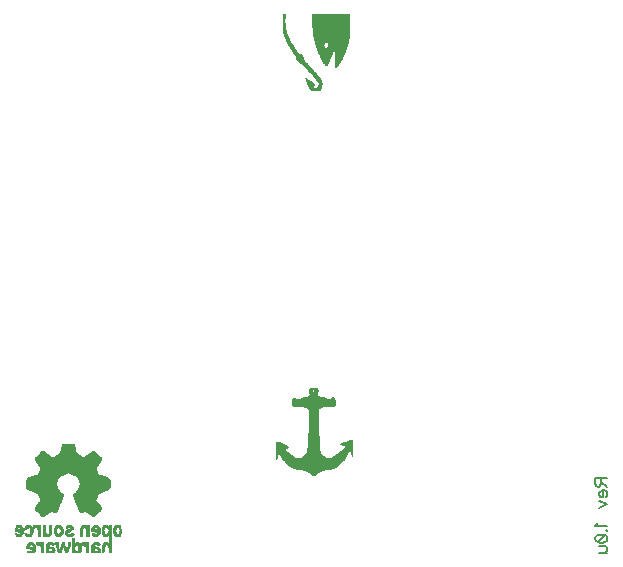
<source format=gbr>
G04 DipTrace 3.0.0.2*
G04 BottomSilk.gbr*
%MOIN*%
G04 #@! TF.FileFunction,Legend,Bot*
G04 #@! TF.Part,Single*
%ADD12C,0.003*%
%ADD42C,0.006176*%
%FSLAX26Y26*%
G04*
G70*
G90*
G75*
G01*
G04 BotSilk*
%LPD*%
X1398908Y990701D2*
D12*
X1422908D1*
X1397535Y987701D2*
X1424281D1*
X1396779Y984701D2*
X1407908D1*
X1413908D2*
X1425038D1*
X1396725Y981701D2*
X1404908D1*
X1413908D2*
X1425091D1*
X1397239Y978701D2*
X1424578D1*
X1397824Y975701D2*
X1423992D1*
X1398156Y972701D2*
X1423661D1*
X1397465Y969701D2*
X1424305D1*
X1395421Y966701D2*
X1426080D1*
X1389301Y963701D2*
X1431874D1*
X1344908Y960701D2*
D3*
X1380038D2*
X1441260D1*
X1476908D2*
D3*
X1342498Y957701D2*
X1350908D1*
X1368908D2*
X1452908D1*
X1470908D2*
X1479908D1*
X1340743Y954701D2*
X1481293D1*
X1339739Y951701D2*
X1482155D1*
X1339251Y948701D2*
X1482591D1*
X1339052Y945701D2*
X1482772D1*
X1339083Y942701D2*
X1482736D1*
X1339515Y939701D2*
X1482303D1*
X1340529Y936701D2*
X1481288D1*
X1341908Y933701D2*
X1350908D1*
X1358312D2*
X1463505D1*
X1470908D2*
X1479908D1*
X1374102Y930701D2*
X1447714D1*
X1384753Y927701D2*
X1437064D1*
X1392008Y924701D2*
X1429808D1*
X1394443Y921701D2*
X1427374D1*
X1395241Y918701D2*
X1426576D1*
X1395641Y915701D2*
X1426176D1*
X1395809Y912701D2*
X1426007D1*
X1395873Y909701D2*
X1425943D1*
X1395897Y906701D2*
X1425920D1*
X1395904Y903701D2*
X1425912D1*
X1395907Y900701D2*
X1425910D1*
X1395908Y897701D2*
X1425909D1*
X1395908Y894701D2*
X1425908D1*
X1395908Y891701D2*
X1425908D1*
X1395908Y888701D2*
X1425908D1*
X1395908Y885701D2*
X1425908D1*
X1395908Y882701D2*
X1425908D1*
X1395908Y879701D2*
X1425908D1*
X1395908Y876701D2*
X1425908D1*
X1395908Y873701D2*
X1425908D1*
X1395908Y870701D2*
X1425908D1*
X1395908Y867701D2*
X1425908D1*
X1395908Y864701D2*
X1425908D1*
X1395908Y861701D2*
X1425908D1*
X1395908Y858701D2*
X1425908D1*
X1395908Y855701D2*
X1425908D1*
X1395908Y852701D2*
X1425908D1*
X1395897Y849701D2*
X1425908D1*
X1395791Y846701D2*
X1425920D1*
X1395409Y843701D2*
X1426026D1*
X1394690Y840701D2*
X1426408D1*
X1393921Y837701D2*
X1427126D1*
X1393398Y834701D2*
X1427896D1*
X1393120Y831701D2*
X1428419D1*
X1392992Y828701D2*
X1428697D1*
X1392940Y825701D2*
X1428824D1*
X1392920Y822701D2*
X1428877D1*
X1392912Y819701D2*
X1428897D1*
X1533908D2*
X1539908D1*
X1392910Y816701D2*
X1428904D1*
X1527445D2*
X1539908D1*
X1287908Y813701D2*
D3*
X1392909D2*
X1428907D1*
X1520700D2*
X1539908D1*
X1287908Y810701D2*
X1296908D1*
X1392908D2*
X1428908D1*
X1513916D2*
X1539908D1*
X1287908Y807701D2*
X1303360D1*
X1392908D2*
X1428908D1*
X1507345D2*
X1539908D1*
X1287908Y804701D2*
X1309990D1*
X1392897D2*
X1428908D1*
X1500908D2*
X1539908D1*
X1287908Y801701D2*
X1316311D1*
X1392791D2*
X1428920D1*
X1509721D2*
X1539908D1*
X1287908Y798701D2*
X1321856D1*
X1392409D2*
X1429026D1*
X1518908D2*
X1539908D1*
X1287908Y795701D2*
X1326908D1*
X1391690D2*
X1429408D1*
X1515908D2*
X1539908D1*
X1287908Y792701D2*
X1319127D1*
X1390921D2*
X1430126D1*
X1512908D2*
X1539908D1*
X1287908Y789701D2*
X1311908D1*
X1390398D2*
X1430896D1*
X1509908D2*
X1539908D1*
X1287908Y786701D2*
X1314908D1*
X1390108D2*
X1431430D1*
X1506908D2*
X1539908D1*
X1287908Y783701D2*
X1317920D1*
X1389875D2*
X1431814D1*
X1503897D2*
X1539908D1*
X1287908Y780701D2*
X1321026D1*
X1389429D2*
X1432335D1*
X1500791D2*
X1527330D1*
X1534372D2*
X1539908D1*
X1287908Y777701D2*
X1324420D1*
X1388561D2*
X1433224D1*
X1497397D2*
X1526190D1*
X1535127D2*
X1539908D1*
X1287908Y774701D2*
X1328255D1*
X1387168D2*
X1434536D1*
X1493561D2*
X1524589D1*
X1536019D2*
X1539908D1*
X1287908Y771701D2*
X1332523D1*
X1384925D2*
X1436513D1*
X1489293D2*
X1522900D1*
X1537010D2*
X1539908D1*
X1287908Y768701D2*
X1290794D1*
X1299445D2*
X1337256D1*
X1381454D2*
X1439706D1*
X1484561D2*
X1521263D1*
X1538330D2*
X1539908D1*
X1287908Y765701D2*
X1290407D1*
X1301689D2*
X1342469D1*
X1376916D2*
X1444378D1*
X1479348D2*
X1519600D1*
X1539908D2*
D3*
X1287908Y762701D2*
X1289663D1*
X1303807D2*
X1347908D1*
X1371908D2*
X1449908D1*
X1473908D2*
X1517784D1*
X1287908Y759701D2*
X1288770D1*
X1305899D2*
X1515828D1*
X1287908Y756701D2*
D3*
X1307902D2*
X1513882D1*
X1310005Y753701D2*
X1511800D1*
X1312429Y750701D2*
X1509383D1*
X1315131Y747701D2*
X1506684D1*
X1317996Y744701D2*
X1503820D1*
X1320953Y741701D2*
X1500864D1*
X1324049Y738701D2*
X1497768D1*
X1327552Y735701D2*
X1494264D1*
X1331932Y732701D2*
X1489885D1*
X1337851Y729701D2*
X1483965D1*
X1346226Y726701D2*
X1475591D1*
X1357340Y723701D2*
X1464477D1*
X1369709Y720701D2*
X1452107D1*
X1381048Y717701D2*
X1440769D1*
X1389910Y714701D2*
X1431907D1*
X1396097Y711701D2*
X1425720D1*
X1400218Y708701D2*
X1421598D1*
X1402896Y705701D2*
X1418921D1*
X1404908Y702701D2*
X1416908D1*
X573436Y805924D2*
X612436D1*
X572410Y802924D2*
X613461D1*
X571517Y799924D2*
X614354D1*
X570937Y796924D2*
X614935D1*
X570538Y793924D2*
X615334D1*
X570023Y790924D2*
X615849D1*
X569250Y787924D2*
X616622D1*
X568448Y784924D2*
X617423D1*
X504436Y781924D2*
X510436D1*
X567777D2*
X618095D1*
X675436D2*
X681436D1*
X501436Y778924D2*
X515296D1*
X567084D2*
X618788D1*
X670576D2*
X684436D1*
X498436Y775924D2*
X520016D1*
X565152D2*
X620720D1*
X665856D2*
X687436D1*
X495436Y772924D2*
X524701D1*
X560708D2*
X625164D1*
X661171D2*
X690436D1*
X492436Y769924D2*
X529498D1*
X555275D2*
X630597D1*
X656374D2*
X693436D1*
X489448Y766924D2*
X534436D1*
X549436D2*
X636436D1*
X651436D2*
X696424D1*
X486577Y763924D2*
X699295D1*
X484193Y760924D2*
X701679D1*
X482411Y757924D2*
X703461D1*
X482582Y754924D2*
X703290D1*
X484010Y751924D2*
X701862D1*
X485669Y748924D2*
X700203D1*
X487612Y745924D2*
X698260D1*
X489872Y742924D2*
X696000D1*
X492170Y739924D2*
X693702D1*
X494298Y736924D2*
X691574D1*
X496354Y733924D2*
X689518D1*
X498297Y730924D2*
X687574D1*
X499978Y727924D2*
X685894D1*
X500498Y724924D2*
X685373D1*
X499869Y721924D2*
X686003D1*
X498836Y718924D2*
X687035D1*
X497551Y715924D2*
X688321D1*
X496134Y712924D2*
X689737D1*
X494611Y709924D2*
X586151D1*
X599720D2*
X691261D1*
X492943Y706924D2*
X578899D1*
X606973D2*
X692929D1*
X489687Y703924D2*
X573113D1*
X612759D2*
X696185D1*
X482121Y700924D2*
X568624D1*
X617247D2*
X703751D1*
X473059Y697924D2*
X565030D1*
X620842D2*
X712813D1*
X464774Y694924D2*
X562128D1*
X623744D2*
X721097D1*
X458110Y691924D2*
X559848D1*
X626023D2*
X727762D1*
X455274Y688924D2*
X558063D1*
X627809D2*
X730598D1*
X454286Y685924D2*
X556683D1*
X629189D2*
X731586D1*
X453781Y682924D2*
X555561D1*
X630311D2*
X732090D1*
X453566Y679924D2*
X554490D1*
X631381D2*
X732306D1*
X453482Y676924D2*
X553667D1*
X632204D2*
X732390D1*
X453452Y673924D2*
X553217D1*
X632655D2*
X732420D1*
X453441Y670924D2*
X553829D1*
X632043D2*
X732431D1*
X453438Y667924D2*
X554614D1*
X631258D2*
X732434D1*
X453460Y664924D2*
X555487D1*
X630385D2*
X732412D1*
X453741Y661924D2*
X556582D1*
X629290D2*
X732131D1*
X454444Y658924D2*
X557971D1*
X627901D2*
X731428D1*
X458112Y655924D2*
X559763D1*
X626109D2*
X727760D1*
X466524Y652924D2*
X562047D1*
X623824D2*
X719348D1*
X475674Y649924D2*
X564692D1*
X621180D2*
X710198D1*
X483235Y646924D2*
X567524D1*
X618348D2*
X702637D1*
X488944Y643924D2*
X570344D1*
X615528D2*
X696928D1*
X491244Y640924D2*
X572809D1*
X613063D2*
X694628D1*
X493062Y637924D2*
X574827D1*
X611045D2*
X692810D1*
X494650Y634924D2*
X575445D1*
X610427D2*
X691222D1*
X496077Y631924D2*
X574948D1*
X610924D2*
X689795D1*
X497303Y628924D2*
X574220D1*
X611652D2*
X688569D1*
X498443Y625924D2*
X573371D1*
X612501D2*
X687429D1*
X499824Y622924D2*
X572296D1*
X613575D2*
X686047D1*
X501436Y619924D2*
X571016D1*
X614856D2*
X684436D1*
X498900Y616924D2*
X569620D1*
X616252D2*
X686972D1*
X496643Y613924D2*
X568171D1*
X617701D2*
X689229D1*
X494432Y610924D2*
X566784D1*
X619088D2*
X691440D1*
X492063Y607924D2*
X565576D1*
X620296D2*
X693809D1*
X489724Y604924D2*
X564510D1*
X621362D2*
X696148D1*
X487581Y601924D2*
X563348D1*
X622524D2*
X698290D1*
X485532Y598924D2*
X562046D1*
X623826D2*
X700340D1*
X483692Y595924D2*
X560732D1*
X625140D2*
X702179D1*
X482257Y592924D2*
X559556D1*
X626316D2*
X703614D1*
X482575Y589924D2*
X558503D1*
X627369D2*
X703297D1*
X484468Y586924D2*
X557336D1*
X628536D2*
X701404D1*
X486873Y583924D2*
X555947D1*
X629925D2*
X698999D1*
X489606Y580924D2*
X534911D1*
X540436D2*
X554290D1*
X631582D2*
X645436D1*
X650961D2*
X696266D1*
X492498Y577924D2*
X529760D1*
X546436D2*
X552436D1*
X633436D2*
X639436D1*
X656111D2*
X693373D1*
X495458Y574924D2*
X524922D1*
X660950D2*
X690414D1*
X498443Y571924D2*
X520193D1*
X665679D2*
X687428D1*
X501438Y568924D2*
X515381D1*
X670491D2*
X684434D1*
X504436Y565924D2*
X510436D1*
X675436D2*
X681436D1*
X420436Y535924D2*
X435436D1*
X453436D2*
X465436D1*
X477436D2*
X501436D1*
X510436D2*
X516436D1*
X531436D2*
X537436D1*
X552436D2*
X567436D1*
X588436D2*
X603436D1*
X639436D2*
X663436D1*
X678436D2*
X690436D1*
X711436D2*
X723436D1*
X729436D2*
X735436D1*
X750436D2*
X765436D1*
X419051Y532924D2*
X437961D1*
X450644D2*
X471436D1*
X477436D2*
X501436D1*
X510436D2*
X516436D1*
X531436D2*
X537436D1*
X550026D2*
X570669D1*
X585688D2*
X606206D1*
X637026D2*
X663436D1*
X675203D2*
X694231D1*
X709587D2*
X735436D1*
X747562D2*
X766821D1*
X418189Y529924D2*
X440100D1*
X448790D2*
X501436D1*
X510436D2*
X516436D1*
X531436D2*
X537436D1*
X548271D2*
X573136D1*
X584972D2*
X608257D1*
X635271D2*
X663436D1*
X672736D2*
X697285D1*
X707982D2*
X735436D1*
X745064D2*
X767682D1*
X417753Y526924D2*
X423436D1*
X432436D2*
X441823D1*
X447436D2*
X455205D1*
X464846D2*
X474900D1*
X480436D2*
D3*
X488846D2*
X501436D1*
X510436D2*
X516436D1*
X531436D2*
X537436D1*
X547266D2*
X556026D1*
X563970D2*
X574785D1*
X585436D2*
X588436D1*
X600436D2*
X608757D1*
X634266D2*
X641972D1*
X650846D2*
X663436D1*
X671087D2*
X681436D1*
X690436D2*
X698397D1*
X706769D2*
X714313D1*
X723310D2*
X735436D1*
X743282D2*
X754026D1*
X761846D2*
X768118D1*
X417560Y523924D2*
X420436D1*
X435436D2*
X449120D1*
X466601D2*
X475632D1*
X490601D2*
X501436D1*
X510436D2*
X516436D1*
X531436D2*
X537436D1*
X546779D2*
X554271D1*
X566201D2*
X575697D1*
X600436D2*
X608872D1*
X633779D2*
X641229D1*
X652601D2*
X663436D1*
X670175D2*
X678436D1*
X693436D2*
X698996D1*
X706051D2*
X713847D1*
X725797D2*
X735436D1*
X742269D2*
X752271D1*
X763601D2*
X768312D1*
X417482Y520924D2*
X446319D1*
X467594D2*
X476303D1*
X491606D2*
X501436D1*
X510436D2*
X516448D1*
X531424D2*
X537436D1*
X546568D2*
X553278D1*
X568301D2*
X576132D1*
X592486D2*
X607633D1*
X633568D2*
X640452D1*
X653606D2*
X663436D1*
X669739D2*
X699264D1*
X705693D2*
X712821D1*
X727825D2*
X735436D1*
X741780D2*
X751278D1*
X764594D2*
X768390D1*
X417451Y517924D2*
X445199D1*
X467967D2*
X476446D1*
X492093D2*
X501436D1*
X510436D2*
X516562D1*
X531310D2*
X537436D1*
X546484D2*
X552905D1*
X570436D2*
X576308D1*
X586356D2*
X603837D1*
X633484D2*
X639926D1*
X654093D2*
X663436D1*
X669545D2*
X699373D1*
X705548D2*
X711436D1*
X728397D2*
X735436D1*
X741580D2*
X750905D1*
X764967D2*
X768420D1*
X417436Y514924D2*
X444285D1*
X467714D2*
X475995D1*
X492303D2*
X501436D1*
X510436D2*
X517026D1*
X530846D2*
X537436D1*
X546465D2*
X553158D1*
X568489D2*
X576276D1*
X583943D2*
X598726D1*
X633453D2*
X639648D1*
X654303D2*
X663436D1*
X669436D2*
X699402D1*
X705590D2*
X712832D1*
X727363D2*
X735436D1*
X741613D2*
X751158D1*
X764714D2*
X768430D1*
X435436Y511924D2*
X443225D1*
X466775D2*
X475236D1*
X492387D2*
X501436D1*
X510436D2*
X518051D1*
X529821D2*
X537412D1*
X546571D2*
X554097D1*
X566509D2*
X575898D1*
X583151D2*
X593379D1*
X633442D2*
X639520D1*
X654387D2*
X663436D1*
X693436D2*
X699288D1*
X705960D2*
X713759D1*
X725585D2*
X735436D1*
X742081D2*
X752097D1*
X763775D2*
X768422D1*
X417436Y508924D2*
X420436D1*
X432436D2*
X441870D1*
X447436D2*
X453436D1*
X465436D2*
X474266D1*
X492419D2*
X501436D1*
X510436D2*
X519436D1*
X528436D2*
X537184D1*
X547066D2*
X555436D1*
X564436D2*
X574960D1*
X582712D2*
X588436D1*
X603436D2*
X609436D1*
X633438D2*
X639467D1*
X654419D2*
X663436D1*
X672436D2*
X678436D1*
X690436D2*
X698978D1*
X706785D2*
X714436D1*
X723436D2*
X735436D1*
X743288D2*
X753436D1*
X762436D2*
X768309D1*
X417987Y505924D2*
X440105D1*
X448209D2*
X472800D1*
X492430D2*
X501436D1*
X510436D2*
X536639D1*
X548272D2*
X573260D1*
X583292D2*
X612436D1*
X633437D2*
X639447D1*
X654430D2*
X663436D1*
X672987D2*
X697476D1*
X708022D2*
X735436D1*
X745268D2*
X767846D1*
X419040Y502924D2*
X437881D1*
X450562D2*
X470757D1*
X492434D2*
X501436D1*
X510436D2*
X534301D1*
X550190D2*
X570641D1*
X585595D2*
X609436D1*
X633436D2*
X639440D1*
X654434D2*
X663436D1*
X674040D2*
X694183D1*
X709616D2*
X735436D1*
X747754D2*
X766821D1*
X420436Y499924D2*
X435436D1*
X453436D2*
X468436D1*
X492436D2*
X501436D1*
X510436D2*
X531436D1*
X552436D2*
X567436D1*
X588436D2*
X606436D1*
X633436D2*
X639436D1*
X654436D2*
X663436D1*
X675436D2*
X690436D1*
X711436D2*
X723436D1*
X729436D2*
X735436D1*
X750436D2*
X765436D1*
X729436Y496924D2*
X735436D1*
X606436Y493924D2*
X612436D1*
X729436D2*
X735436D1*
X606436Y490924D2*
X612436D1*
X729436D2*
X735436D1*
X606436Y487924D2*
X612436D1*
X729436D2*
X735436D1*
X606436Y484924D2*
X612436D1*
X729436D2*
X735436D1*
X606436Y481924D2*
X612436D1*
X729436D2*
X735436D1*
X462436Y478924D2*
X474436D1*
X486436D2*
X498436D1*
X504436D2*
X510436D1*
X525436D2*
X540436D1*
X549436D2*
X558436D1*
X573436D2*
X579436D1*
X594436D2*
X600436D1*
X606436D2*
X612436D1*
X618436D2*
X627436D1*
X639436D2*
X648436D1*
X654436D2*
X660436D1*
X678436D2*
X693436D1*
X714436D2*
X723436D1*
X729436D2*
X735436D1*
X459562Y475924D2*
X477310D1*
X486987D2*
X510436D1*
X523026D2*
X558550D1*
X572296D2*
X579900D1*
X593410D2*
X600322D1*
X606436D2*
X660436D1*
X675203D2*
X696436D1*
X711203D2*
X735436D1*
X457064Y472924D2*
X479808D1*
X488040D2*
X510436D1*
X521271D2*
X558935D1*
X571019D2*
X580644D1*
X592517D2*
X599937D1*
X606436D2*
X660436D1*
X672736D2*
X699436D1*
X708736D2*
X735436D1*
X455282Y469924D2*
X465436D1*
X474436D2*
X481590D1*
X489436D2*
X492436D1*
X497961D2*
X510436D1*
X520266D2*
X528436D1*
X540436D2*
X543436D1*
X552550D2*
X559654D1*
X569731D2*
X581428D1*
X591946D2*
X599206D1*
X606436D2*
X618562D1*
X623846D2*
X636436D1*
X640078D2*
X660436D1*
X671087D2*
X681436D1*
X690436D2*
X693436D1*
X707087D2*
X717911D1*
X723310D2*
X735436D1*
X454269Y466924D2*
X462436D1*
X477436D2*
X482602D1*
X500100D2*
X510436D1*
X519779D2*
X525436D1*
X552935D2*
X560423D1*
X568668D2*
X581999D1*
X591637D2*
X598332D1*
X606436D2*
X616075D1*
X625601D2*
X636436D1*
X648190D2*
X660436D1*
X670175D2*
X678436D1*
X706175D2*
X715772D1*
X725808D2*
X735436D1*
X453779Y463924D2*
X483092D1*
X501823D2*
X510436D1*
X519568D2*
X534525D1*
X553665D2*
X560949D1*
X568009D2*
X582436D1*
X591436D2*
X597426D1*
X606436D2*
X614047D1*
X626606D2*
X636436D1*
X651925D2*
X660436D1*
X669739D2*
X686490D1*
X705739D2*
X714048D1*
X727590D2*
X735436D1*
X453560Y460924D2*
X483303D1*
X503080D2*
X510436D1*
X519484D2*
X541004D1*
X554540D2*
X561243D1*
X567660D2*
X596418D1*
X606436D2*
X613428D1*
X627093D2*
X636436D1*
X653266D2*
X660436D1*
X669553D2*
X692466D1*
X705553D2*
X712792D1*
X728602D2*
X735436D1*
X453436Y457924D2*
X483376D1*
X503814D2*
X510436D1*
X519453D2*
X545675D1*
X555446D2*
X561436D1*
X567436D2*
X572972D1*
X579550D2*
X595416D1*
X606436D2*
X613939D1*
X627304D2*
X636424D1*
X653957D2*
X660436D1*
X669479D2*
X696804D1*
X705479D2*
X712058D1*
X729092D2*
X735436D1*
X477436Y454924D2*
X483293D1*
X504176D2*
X510436D1*
X519442D2*
X525436D1*
X540436D2*
X547760D1*
X556443D2*
X572228D1*
X579937D2*
X594455D1*
X606436D2*
X614677D1*
X627390D2*
X636310D1*
X654255D2*
X660436D1*
X669451D2*
X678436D1*
X690436D2*
X698181D1*
X705451D2*
X711696D1*
X729303D2*
X735436D1*
X459436Y451924D2*
D3*
X474436D2*
X482841D1*
X504335D2*
X510436D1*
X519438D2*
X525436D1*
X540436D2*
X548404D1*
X557347D2*
X571444D1*
X580681D2*
X593412D1*
X606436D2*
X615436D1*
X627436D2*
X635846D1*
X654371D2*
X660436D1*
X669441D2*
X678436D1*
X693436D2*
X698911D1*
X705441D2*
X711537D1*
X729387D2*
X735436D1*
X457842Y448924D2*
X481819D1*
X504401D2*
X510436D1*
X519437D2*
X547601D1*
X557970D2*
X570873D1*
X581574D2*
X592380D1*
X606436D2*
X634821D1*
X654415D2*
X660436D1*
X669438D2*
X699246D1*
X705438D2*
X711471D1*
X729420D2*
X735436D1*
X456436Y445924D2*
X480436D1*
X504436D2*
X510436D1*
X519436D2*
X546436D1*
X558436D2*
X570436D1*
X582436D2*
X591436D1*
X606436D2*
X633436D1*
X654436D2*
X660436D1*
X669436D2*
X699436D1*
X705436D2*
X711436D1*
X729436D2*
X735436D1*
X1309234Y2239126D2*
X1315234D1*
X1405234D2*
X1531234D1*
X1309234Y2236126D2*
X1315234D1*
X1405234D2*
X1531234D1*
X1309234Y2233126D2*
X1315234D1*
X1405234D2*
X1531234D1*
X1309234Y2230126D2*
X1315222D1*
X1405234D2*
X1531234D1*
X1309234Y2227126D2*
X1315108D1*
X1405234D2*
X1531234D1*
X1309234Y2224126D2*
X1314644D1*
X1405234D2*
X1531234D1*
X1309234Y2221126D2*
X1313619D1*
X1405234D2*
X1531234D1*
X1309234Y2218126D2*
X1312234D1*
X1405234D2*
X1531234D1*
X1309234Y2215126D2*
X1313619D1*
X1405246D2*
X1531234D1*
X1309234Y2212126D2*
X1314480D1*
X1405351D2*
X1531234D1*
X1309234Y2209126D2*
X1314916D1*
X1405733D2*
X1531234D1*
X1309234Y2206126D2*
X1315110D1*
X1406452D2*
X1531234D1*
X1309234Y2203126D2*
X1315200D1*
X1407221D2*
X1531234D1*
X1309234Y2200126D2*
X1315335D1*
X1407744D2*
X1531234D1*
X1309234Y2197126D2*
X1315728D1*
X1408022D2*
X1531234D1*
X1309234Y2194126D2*
X1316450D1*
X1408150D2*
X1531234D1*
X1309234Y2191126D2*
X1317232D1*
X1408202D2*
X1531234D1*
X1309246Y2188126D2*
X1317861D1*
X1408234D2*
X1531234D1*
X1309351Y2185126D2*
X1318522D1*
X1408347D2*
X1531234D1*
X1309733Y2182126D2*
X1319379D1*
X1408732D2*
X1531234D1*
X1310464Y2179126D2*
X1320307D1*
X1409451D2*
X1531234D1*
X1311338Y2176126D2*
X1321244D1*
X1410221D2*
X1531222D1*
X1312244Y2173126D2*
X1322354D1*
X1410744D2*
X1531117D1*
X1313252Y2170126D2*
X1323635D1*
X1411034D2*
X1530734D1*
X1314254Y2167126D2*
X1324942D1*
X1411267D2*
X1530016D1*
X1315224Y2164126D2*
X1326115D1*
X1411702D2*
X1529247D1*
X1316346Y2161126D2*
X1327167D1*
X1412441D2*
X1528712D1*
X1317633Y2158126D2*
X1328325D1*
X1413229D2*
X1528328D1*
X1318941Y2155126D2*
X1329636D1*
X1413860D2*
X1527818D1*
X1320115Y2152126D2*
X1331056D1*
X1414522D2*
X1527047D1*
X1321167Y2149126D2*
X1332614D1*
X1415368D2*
X1526246D1*
X1322337Y2146126D2*
X1334385D1*
X1416201D2*
X1525610D1*
X1323742Y2143126D2*
X1336312D1*
X1416850D2*
X1447372D1*
X1458632D2*
X1524947D1*
X1325438Y2140126D2*
X1338147D1*
X1417518D2*
X1444990D1*
X1460625D2*
X1524100D1*
X1327332Y2137126D2*
X1339844D1*
X1418378D2*
X1443208D1*
X1461196D2*
X1523267D1*
X1329154Y2134126D2*
X1341530D1*
X1419306D2*
X1443423D1*
X1460162D2*
X1522617D1*
X1330847Y2131126D2*
X1343354D1*
X1420232D2*
X1445186D1*
X1458383D2*
X1521950D1*
X1332530Y2128126D2*
X1345312D1*
X1421248D2*
X1447234D1*
X1456234D2*
X1521089D1*
X1334354Y2125126D2*
X1347260D1*
X1422253D2*
X1520161D1*
X1336312Y2122126D2*
X1349331D1*
X1423212D2*
X1519224D1*
X1338248Y2119126D2*
X1351642D1*
X1424241D2*
X1518114D1*
X1340225Y2116126D2*
X1353993D1*
X1425250D2*
X1516833D1*
X1342259Y2113126D2*
X1356456D1*
X1426223D2*
X1474120D1*
X1483234D2*
X1515526D1*
X1344240Y2110126D2*
X1359766D1*
X1427346D2*
X1473723D1*
X1483234D2*
X1514352D1*
X1346323Y2107126D2*
X1364260D1*
X1428644D2*
X1472899D1*
X1483234D2*
X1513300D1*
X1348627Y2104126D2*
X1368782D1*
X1430047D2*
X1471735D1*
X1483234D2*
X1512143D1*
X1350828Y2101126D2*
X1372532D1*
X1431509D2*
X1470388D1*
X1483234D2*
X1510831D1*
X1352476Y2098126D2*
X1373942D1*
X1432991D2*
X1468947D1*
X1483234D2*
X1509424D1*
X1353445Y2095126D2*
X1374811D1*
X1434488D2*
X1467472D1*
X1483234D2*
X1507959D1*
X1354030Y2092126D2*
X1375647D1*
X1435984D2*
X1465978D1*
X1483234D2*
X1506465D1*
X1354757Y2089126D2*
X1377001D1*
X1437485D2*
X1464484D1*
X1483234D2*
X1504874D1*
X1355866Y2086126D2*
X1379028D1*
X1438994D2*
X1462994D1*
X1483234D2*
X1503090D1*
X1358950Y2083126D2*
X1381451D1*
X1440591D2*
X1461590D1*
X1483234D2*
X1501158D1*
X1362983Y2080126D2*
X1383864D1*
X1442377D2*
X1460377D1*
X1483234D2*
X1499322D1*
X1367333Y2077126D2*
X1386063D1*
X1444318D2*
X1459318D1*
X1483234D2*
X1497624D1*
X1371301Y2074126D2*
X1388263D1*
X1446235D2*
X1458235D1*
X1483234D2*
X1495926D1*
X1374827Y2071126D2*
X1390729D1*
X1448186D2*
X1457186D1*
X1483234D2*
X1493997D1*
X1378071Y2068126D2*
X1393447D1*
X1450234D2*
X1456234D1*
X1483234D2*
X1491658D1*
X1381173Y2065126D2*
X1396319D1*
X1483234D2*
X1489009D1*
X1384200Y2062126D2*
X1399266D1*
X1483234D2*
X1486234D1*
X1387109Y2059126D2*
X1402245D1*
X1389732Y2056126D2*
X1405238D1*
X1392015Y2053126D2*
X1408223D1*
X1394246Y2050126D2*
X1411117D1*
X1396723Y2047126D2*
X1413734D1*
X1399445Y2044126D2*
X1416016D1*
X1402318Y2041126D2*
X1418247D1*
X1405265Y2038126D2*
X1420723D1*
X1408245Y2035126D2*
X1423445D1*
X1411226Y2032126D2*
X1426306D1*
X1414118Y2029126D2*
X1429148D1*
X1384234Y2026126D2*
X1387234D1*
X1416735D2*
X1431734D1*
X1385630Y2023126D2*
X1390697D1*
X1419016D2*
X1433891D1*
X1386597Y2020126D2*
X1394441D1*
X1421235D2*
X1435619D1*
X1387416Y2017126D2*
X1398230D1*
X1423594D2*
X1436877D1*
X1388339Y2014126D2*
X1401849D1*
X1425817D2*
X1437612D1*
X1389292Y2011126D2*
X1405398D1*
X1427460D2*
X1437974D1*
X1390228Y2008126D2*
X1408806D1*
X1428577D2*
X1438133D1*
X1391247Y2005126D2*
X1411727D1*
X1428598D2*
X1438185D1*
X1392264Y2002126D2*
X1414234D1*
X1427351D2*
X1438103D1*
X1393341Y1999126D2*
X1405234D1*
X1425456D2*
X1437718D1*
X1394857Y1996126D2*
X1411234D1*
X1423234D2*
X1436888D1*
X1396976Y1993126D2*
X1435648D1*
X1399520Y1990126D2*
X1434055D1*
X1402234Y1987126D2*
X1432234D1*
X1398908Y990701D2*
X1397535Y987701D1*
X1396779Y984701D1*
X1396725Y981701D1*
X1397239Y978701D1*
X1397824Y975701D1*
X1398156Y972701D1*
X1397465Y969701D1*
X1395421Y966701D1*
X1389301Y963701D1*
X1380038Y960701D1*
X1368908Y957701D1*
X1422908Y990701D2*
X1424281Y987701D1*
X1425038Y984701D1*
X1425091Y981701D1*
X1424578Y978701D1*
X1423992Y975701D1*
X1423661Y972701D1*
X1424305Y969701D1*
X1426080Y966701D1*
X1431874Y963701D1*
X1441260Y960701D1*
X1452908Y957701D1*
X1410908Y987701D2*
X1407908Y984701D1*
X1404908Y981701D1*
X1413908Y987701D2*
Y984701D1*
Y981701D1*
X1344908Y960701D2*
X1342498Y957701D1*
X1340743Y954701D1*
X1339739Y951701D1*
X1339251Y948701D1*
X1339052Y945701D1*
X1339083Y942701D1*
X1339515Y939701D1*
X1340529Y936701D1*
X1341908Y933701D1*
X1476908Y960701D2*
X1470908Y957701D1*
X1350908D2*
X1479908D2*
X1481293Y954701D1*
X1482155Y951701D1*
X1482591Y948701D1*
X1482772Y945701D1*
X1482736Y942701D1*
X1482303Y939701D1*
X1481288Y936701D1*
X1479908Y933701D1*
X1353908Y936701D2*
X1350908Y933701D1*
X1338908Y936701D2*
X1358312Y933701D1*
X1374102Y930701D1*
X1384753Y927701D1*
X1392008Y924701D1*
X1394443Y921701D1*
X1395241Y918701D1*
X1395641Y915701D1*
X1395809Y912701D1*
X1395873Y909701D1*
X1395897Y906701D1*
X1395904Y903701D1*
X1395907Y900701D1*
X1395908Y897701D1*
Y894701D1*
Y891701D1*
Y888701D1*
Y885701D1*
Y882701D1*
Y879701D1*
Y876701D1*
Y873701D1*
Y870701D1*
Y867701D1*
Y864701D1*
Y861701D1*
Y858701D1*
Y855701D1*
Y852701D1*
X1395897Y849701D1*
X1395791Y846701D1*
X1395409Y843701D1*
X1394690Y840701D1*
X1393921Y837701D1*
X1393398Y834701D1*
X1393120Y831701D1*
X1392992Y828701D1*
X1392940Y825701D1*
X1392920Y822701D1*
X1392912Y819701D1*
X1392910Y816701D1*
X1392909Y813701D1*
X1392908Y810701D1*
Y807701D1*
X1392897Y804701D1*
X1392791Y801701D1*
X1392409Y798701D1*
X1391690Y795701D1*
X1390921Y792701D1*
X1390398Y789701D1*
X1390108Y786701D1*
X1389875Y783701D1*
X1389429Y780701D1*
X1388561Y777701D1*
X1387168Y774701D1*
X1384925Y771701D1*
X1381454Y768701D1*
X1376916Y765701D1*
X1371908Y762701D1*
X1482908Y936701D2*
X1463505Y933701D1*
X1447714Y930701D1*
X1437064Y927701D1*
X1429808Y924701D1*
X1427374Y921701D1*
X1426576Y918701D1*
X1426176Y915701D1*
X1426007Y912701D1*
X1425943Y909701D1*
X1425920Y906701D1*
X1425912Y903701D1*
X1425910Y900701D1*
X1425909Y897701D1*
X1425908Y894701D1*
Y891701D1*
Y888701D1*
Y885701D1*
Y882701D1*
Y879701D1*
Y876701D1*
Y873701D1*
Y870701D1*
Y867701D1*
Y864701D1*
Y861701D1*
Y858701D1*
Y855701D1*
Y852701D1*
Y849701D1*
X1425920Y846701D1*
X1426026Y843701D1*
X1426408Y840701D1*
X1427126Y837701D1*
X1427896Y834701D1*
X1428419Y831701D1*
X1428697Y828701D1*
X1428824Y825701D1*
X1428877Y822701D1*
X1428897Y819701D1*
X1428904Y816701D1*
X1428907Y813701D1*
X1428908Y810701D1*
Y807701D1*
Y804701D1*
X1428920Y801701D1*
X1429026Y798701D1*
X1429408Y795701D1*
X1430126Y792701D1*
X1430896Y789701D1*
X1431430Y786701D1*
X1431814Y783701D1*
X1432335Y780701D1*
X1433224Y777701D1*
X1434536Y774701D1*
X1436513Y771701D1*
X1439706Y768701D1*
X1444378Y765701D1*
X1449908Y762701D1*
X1467908Y936701D2*
X1470908Y933701D1*
X1533908Y819701D2*
X1527445Y816701D1*
X1520700Y813701D1*
X1513916Y810701D1*
X1507345Y807701D1*
X1500908Y804701D1*
X1509721Y801701D1*
X1518908Y798701D1*
X1515908Y795701D1*
X1512908Y792701D1*
X1509908Y789701D1*
X1506908Y786701D1*
X1503897Y783701D1*
X1500791Y780701D1*
X1497397Y777701D1*
X1493561Y774701D1*
X1489293Y771701D1*
X1484561Y768701D1*
X1479348Y765701D1*
X1473908Y762701D1*
X1539908Y819701D2*
Y816701D1*
Y813701D1*
Y810701D1*
Y807701D1*
Y804701D1*
Y801701D1*
Y798701D1*
Y795701D1*
Y792701D1*
Y789701D1*
Y786701D1*
Y783701D1*
Y780701D1*
Y777701D1*
Y774701D1*
Y771701D1*
Y768701D1*
Y765701D1*
X1287908Y813701D2*
Y810701D1*
Y807701D1*
Y804701D1*
Y801701D1*
Y798701D1*
Y795701D1*
Y792701D1*
Y789701D1*
Y786701D1*
Y783701D1*
Y780701D1*
Y777701D1*
Y774701D1*
Y771701D1*
Y768701D1*
Y765701D1*
Y762701D1*
Y759701D1*
Y756701D1*
X1296908Y810701D2*
X1303360Y807701D1*
X1309990Y804701D1*
X1316311Y801701D1*
X1321856Y798701D1*
X1326908Y795701D1*
X1319127Y792701D1*
X1311908Y789701D1*
X1314908Y786701D1*
X1317920Y783701D1*
X1321026Y780701D1*
X1324420Y777701D1*
X1328255Y774701D1*
X1332523Y771701D1*
X1337256Y768701D1*
X1342469Y765701D1*
X1347908Y762701D1*
X1527908Y783701D2*
X1527330Y780701D1*
X1526190Y777701D1*
X1524589Y774701D1*
X1522900Y771701D1*
X1521263Y768701D1*
X1519600Y765701D1*
X1517784Y762701D1*
X1515828Y759701D1*
X1513882Y756701D1*
X1511800Y753701D1*
X1509383Y750701D1*
X1506684Y747701D1*
X1503820Y744701D1*
X1500864Y741701D1*
X1497768Y738701D1*
X1494264Y735701D1*
X1489885Y732701D1*
X1483965Y729701D1*
X1475591Y726701D1*
X1464477Y723701D1*
X1452107Y720701D1*
X1440769Y717701D1*
X1431907Y714701D1*
X1425720Y711701D1*
X1421598Y708701D1*
X1418921Y705701D1*
X1416908Y702701D1*
X1533908Y783701D2*
X1534372Y780701D1*
X1535127Y777701D1*
X1536019Y774701D1*
X1537010Y771701D1*
X1538330Y768701D1*
X1539908Y765701D1*
X1290908Y771701D2*
X1290794Y768701D1*
X1290407Y765701D1*
X1289663Y762701D1*
X1288770Y759701D1*
X1287908Y756701D1*
X1296908Y771701D2*
X1299445Y768701D1*
X1301689Y765701D1*
X1303807Y762701D1*
X1305899Y759701D1*
X1307902Y756701D1*
X1310005Y753701D1*
X1312429Y750701D1*
X1315131Y747701D1*
X1317996Y744701D1*
X1320953Y741701D1*
X1324049Y738701D1*
X1327552Y735701D1*
X1331932Y732701D1*
X1337851Y729701D1*
X1346226Y726701D1*
X1357340Y723701D1*
X1369709Y720701D1*
X1381048Y717701D1*
X1389910Y714701D1*
X1396097Y711701D1*
X1400218Y708701D1*
X1402896Y705701D1*
X1404908Y702701D1*
X573436Y805924D2*
X572410Y802924D1*
X571517Y799924D1*
X570937Y796924D1*
X570538Y793924D1*
X570023Y790924D1*
X569250Y787924D1*
X568448Y784924D1*
X567777Y781924D1*
X567084Y778924D1*
X565152Y775924D1*
X560708Y772924D1*
X555275Y769924D1*
X549436Y766924D1*
X612436Y805924D2*
X613461Y802924D1*
X614354Y799924D1*
X614935Y796924D1*
X615334Y793924D1*
X615849Y790924D1*
X616622Y787924D1*
X617423Y784924D1*
X618095Y781924D1*
X618788Y778924D1*
X620720Y775924D1*
X625164Y772924D1*
X630597Y769924D1*
X636436Y766924D1*
X504436Y781924D2*
X501436Y778924D1*
X498436Y775924D1*
X495436Y772924D1*
X492436Y769924D1*
X489448Y766924D1*
X486577Y763924D1*
X484193Y760924D1*
X482411Y757924D1*
X482582Y754924D1*
X484010Y751924D1*
X485669Y748924D1*
X487612Y745924D1*
X489872Y742924D1*
X492170Y739924D1*
X494298Y736924D1*
X496354Y733924D1*
X498297Y730924D1*
X499978Y727924D1*
X500498Y724924D1*
X499869Y721924D1*
X498836Y718924D1*
X497551Y715924D1*
X496134Y712924D1*
X494611Y709924D1*
X492943Y706924D1*
X489687Y703924D1*
X482121Y700924D1*
X473059Y697924D1*
X464774Y694924D1*
X458110Y691924D1*
X455274Y688924D1*
X454286Y685924D1*
X453781Y682924D1*
X453566Y679924D1*
X453482Y676924D1*
X453452Y673924D1*
X453441Y670924D1*
X453438Y667924D1*
X453460Y664924D1*
X453741Y661924D1*
X454444Y658924D1*
X458112Y655924D1*
X466524Y652924D1*
X475674Y649924D1*
X483235Y646924D1*
X488944Y643924D1*
X491244Y640924D1*
X493062Y637924D1*
X494650Y634924D1*
X496077Y631924D1*
X497303Y628924D1*
X498443Y625924D1*
X499824Y622924D1*
X501436Y619924D1*
X498900Y616924D1*
X496643Y613924D1*
X494432Y610924D1*
X492063Y607924D1*
X489724Y604924D1*
X487581Y601924D1*
X485532Y598924D1*
X483692Y595924D1*
X482257Y592924D1*
X482575Y589924D1*
X484468Y586924D1*
X486873Y583924D1*
X489606Y580924D1*
X492498Y577924D1*
X495458Y574924D1*
X498443Y571924D1*
X501438Y568924D1*
X504436Y565924D1*
X510436Y781924D2*
X515296Y778924D1*
X520016Y775924D1*
X524701Y772924D1*
X529498Y769924D1*
X534436Y766924D1*
X675436Y781924D2*
X670576Y778924D1*
X665856Y775924D1*
X661171Y772924D1*
X656374Y769924D1*
X651436Y766924D1*
X681436Y781924D2*
X684436Y778924D1*
X687436Y775924D1*
X690436Y772924D1*
X693436Y769924D1*
X696424Y766924D1*
X699295Y763924D1*
X701679Y760924D1*
X703461Y757924D1*
X703290Y754924D1*
X701862Y751924D1*
X700203Y748924D1*
X698260Y745924D1*
X696000Y742924D1*
X693702Y739924D1*
X691574Y736924D1*
X689518Y733924D1*
X687574Y730924D1*
X685894Y727924D1*
X685373Y724924D1*
X686003Y721924D1*
X687035Y718924D1*
X688321Y715924D1*
X689737Y712924D1*
X691261Y709924D1*
X692929Y706924D1*
X696185Y703924D1*
X703751Y700924D1*
X712813Y697924D1*
X721097Y694924D1*
X727762Y691924D1*
X730598Y688924D1*
X731586Y685924D1*
X732090Y682924D1*
X732306Y679924D1*
X732390Y676924D1*
X732420Y673924D1*
X732431Y670924D1*
X732434Y667924D1*
X732412Y664924D1*
X732131Y661924D1*
X731428Y658924D1*
X727760Y655924D1*
X719348Y652924D1*
X710198Y649924D1*
X702637Y646924D1*
X696928Y643924D1*
X694628Y640924D1*
X692810Y637924D1*
X691222Y634924D1*
X689795Y631924D1*
X688569Y628924D1*
X687429Y625924D1*
X686047Y622924D1*
X684436Y619924D1*
X686972Y616924D1*
X689229Y613924D1*
X691440Y610924D1*
X693809Y607924D1*
X696148Y604924D1*
X698290Y601924D1*
X700340Y598924D1*
X702179Y595924D1*
X703614Y592924D1*
X703297Y589924D1*
X701404Y586924D1*
X698999Y583924D1*
X696266Y580924D1*
X693373Y577924D1*
X690414Y574924D1*
X687428Y571924D1*
X684434Y568924D1*
X681436Y565924D1*
X594436Y712924D2*
X586151Y709924D1*
X578899Y706924D1*
X573113Y703924D1*
X568624Y700924D1*
X565030Y697924D1*
X562128Y694924D1*
X559848Y691924D1*
X558063Y688924D1*
X556683Y685924D1*
X555561Y682924D1*
X554490Y679924D1*
X553667Y676924D1*
X553217Y673924D1*
X553829Y670924D1*
X554614Y667924D1*
X555487Y664924D1*
X556582Y661924D1*
X557971Y658924D1*
X559763Y655924D1*
X562047Y652924D1*
X564692Y649924D1*
X567524Y646924D1*
X570344Y643924D1*
X572809Y640924D1*
X574827Y637924D1*
X575445Y634924D1*
X574948Y631924D1*
X574220Y628924D1*
X573371Y625924D1*
X572296Y622924D1*
X571016Y619924D1*
X569620Y616924D1*
X568171Y613924D1*
X566784Y610924D1*
X565576Y607924D1*
X564510Y604924D1*
X563348Y601924D1*
X562046Y598924D1*
X560732Y595924D1*
X559556Y592924D1*
X558503Y589924D1*
X557336Y586924D1*
X555947Y583924D1*
X554290Y580924D1*
X552436Y577924D1*
X591436Y712924D2*
X599720Y709924D1*
X606973Y706924D1*
X612759Y703924D1*
X617247Y700924D1*
X620842Y697924D1*
X623744Y694924D1*
X626023Y691924D1*
X627809Y688924D1*
X629189Y685924D1*
X630311Y682924D1*
X631381Y679924D1*
X632204Y676924D1*
X632655Y673924D1*
X632043Y670924D1*
X631258Y667924D1*
X630385Y664924D1*
X629290Y661924D1*
X627901Y658924D1*
X626109Y655924D1*
X623824Y652924D1*
X621180Y649924D1*
X618348Y646924D1*
X615528Y643924D1*
X613063Y640924D1*
X611045Y637924D1*
X610427Y634924D1*
X610924Y631924D1*
X611652Y628924D1*
X612501Y625924D1*
X613575Y622924D1*
X614856Y619924D1*
X616252Y616924D1*
X617701Y613924D1*
X619088Y610924D1*
X620296Y607924D1*
X621362Y604924D1*
X622524Y601924D1*
X623826Y598924D1*
X625140Y595924D1*
X626316Y592924D1*
X627369Y589924D1*
X628536Y586924D1*
X629925Y583924D1*
X631582Y580924D1*
X633436Y577924D1*
X540436Y583924D2*
X534911Y580924D1*
X529760Y577924D1*
X524922Y574924D1*
X520193Y571924D1*
X515381Y568924D1*
X510436Y565924D1*
X534436Y583924D2*
X540436Y580924D1*
X546436Y577924D1*
X651436Y583924D2*
X645436Y580924D1*
X639436Y577924D1*
X645436Y583924D2*
X650961Y580924D1*
X656111Y577924D1*
X660950Y574924D1*
X665679Y571924D1*
X670491Y568924D1*
X675436Y565924D1*
X420436Y535924D2*
X419051Y532924D1*
X418189Y529924D1*
X417753Y526924D1*
X417560Y523924D1*
X417482Y520924D1*
X417451Y517924D1*
X417436Y514924D1*
X435436Y511924D1*
X432436Y508924D1*
X435436Y535924D2*
X437961Y532924D1*
X440100Y529924D1*
X441823Y526924D1*
X443080Y523924D1*
X443802Y520924D1*
X444059Y517924D1*
X443824Y514924D1*
X443052Y511924D1*
X441808Y508924D1*
X440084Y505924D1*
X437874Y502924D1*
X435436Y499924D1*
X453436Y535924D2*
X450644Y532924D1*
X448790Y529924D1*
X447436Y526924D1*
X465436Y535924D2*
X471436Y532924D1*
X477436Y535924D2*
Y532924D1*
X501436Y535924D2*
Y532924D1*
Y529924D1*
Y526924D1*
Y523924D1*
Y520924D1*
Y517924D1*
Y514924D1*
Y511924D1*
Y508924D1*
Y505924D1*
Y502924D1*
Y499924D1*
X510436Y535924D2*
Y532924D1*
Y529924D1*
Y526924D1*
Y523924D1*
Y520924D1*
Y517924D1*
Y514924D1*
Y511924D1*
Y508924D1*
Y505924D1*
Y502924D1*
Y499924D1*
X516436Y535924D2*
Y532924D1*
Y529924D1*
Y526924D1*
Y523924D1*
X516448Y520924D1*
X516562Y517924D1*
X517026Y514924D1*
X518051Y511924D1*
X519436Y508924D1*
X531436Y535924D2*
Y532924D1*
Y529924D1*
Y526924D1*
Y523924D1*
X531424Y520924D1*
X531310Y517924D1*
X530846Y514924D1*
X529821Y511924D1*
X528436Y508924D1*
X537436Y535924D2*
Y532924D1*
Y529924D1*
Y526924D1*
Y523924D1*
Y520924D1*
Y517924D1*
Y514924D1*
X537412Y511924D1*
X537184Y508924D1*
X536639Y505924D1*
X534301Y502924D1*
X531436Y499924D1*
X552436Y535924D2*
X550026Y532924D1*
X548271Y529924D1*
X547266Y526924D1*
X546779Y523924D1*
X546568Y520924D1*
X546484Y517924D1*
X546465Y514924D1*
X546571Y511924D1*
X547066Y508924D1*
X548272Y505924D1*
X550190Y502924D1*
X552436Y499924D1*
X567436Y535924D2*
X570669Y532924D1*
X573136Y529924D1*
X574785Y526924D1*
X575697Y523924D1*
X576132Y520924D1*
X576308Y517924D1*
X576276Y514924D1*
X575898Y511924D1*
X574960Y508924D1*
X573260Y505924D1*
X570641Y502924D1*
X567436Y499924D1*
X588436Y535924D2*
X585688Y532924D1*
X584972Y529924D1*
X585436Y526924D1*
X603436Y535924D2*
X606206Y532924D1*
X608257Y529924D1*
X608757Y526924D1*
X608872Y523924D1*
X607633Y520924D1*
X603837Y517924D1*
X598726Y514924D1*
X593379Y511924D1*
X588436Y508924D1*
X639436Y535924D2*
X637026Y532924D1*
X635271Y529924D1*
X634266Y526924D1*
X633779Y523924D1*
X633568Y520924D1*
X633484Y517924D1*
X633453Y514924D1*
X633442Y511924D1*
X633438Y508924D1*
X633437Y505924D1*
X633436Y502924D1*
Y499924D1*
X663436Y535924D2*
Y532924D1*
Y529924D1*
Y526924D1*
Y523924D1*
Y520924D1*
Y517924D1*
Y514924D1*
Y511924D1*
Y508924D1*
Y505924D1*
Y502924D1*
Y499924D1*
X678436Y535924D2*
X675203Y532924D1*
X672736Y529924D1*
X671087Y526924D1*
X670175Y523924D1*
X669739Y520924D1*
X669545Y517924D1*
X669436Y514924D1*
X693436Y511924D1*
X690436Y508924D1*
Y535924D2*
X694231Y532924D1*
X697285Y529924D1*
X698397Y526924D1*
X698996Y523924D1*
X699264Y520924D1*
X699373Y517924D1*
X699402Y514924D1*
X699288Y511924D1*
X698978Y508924D1*
X697476Y505924D1*
X694183Y502924D1*
X690436Y499924D1*
X711436Y535924D2*
X709587Y532924D1*
X707982Y529924D1*
X706769Y526924D1*
X706051Y523924D1*
X705693Y520924D1*
X705548Y517924D1*
X705590Y514924D1*
X705960Y511924D1*
X706785Y508924D1*
X708022Y505924D1*
X709616Y502924D1*
X711436Y499924D1*
X723436Y535924D2*
X729436D2*
X735436D2*
Y532924D1*
Y529924D1*
Y526924D1*
Y523924D1*
Y520924D1*
Y517924D1*
Y514924D1*
Y511924D1*
Y508924D1*
Y505924D1*
Y502924D1*
Y499924D1*
Y496924D1*
Y493924D1*
Y490924D1*
Y487924D1*
Y484924D1*
Y481924D1*
Y478924D1*
Y475924D1*
Y472924D1*
Y469924D1*
Y466924D1*
Y463924D1*
Y460924D1*
Y457924D1*
Y454924D1*
Y451924D1*
Y448924D1*
Y445924D1*
X750436Y535924D2*
X747562Y532924D1*
X745064Y529924D1*
X743282Y526924D1*
X742269Y523924D1*
X741780Y520924D1*
X741580Y517924D1*
X741613Y514924D1*
X742081Y511924D1*
X743288Y508924D1*
X745268Y505924D1*
X747754Y502924D1*
X750436Y499924D1*
X765436Y535924D2*
X766821Y532924D1*
X767682Y529924D1*
X768118Y526924D1*
X768312Y523924D1*
X768390Y520924D1*
X768420Y517924D1*
X768430Y514924D1*
X768422Y511924D1*
X768309Y508924D1*
X767846Y505924D1*
X766821Y502924D1*
X765436Y499924D1*
X426436Y529924D2*
X423436Y526924D1*
X420436Y523924D1*
X429436Y529924D2*
X432436Y526924D1*
X435436Y523924D1*
X462436Y529924D2*
X455205Y526924D1*
X449120Y523924D1*
X446319Y520924D1*
X445199Y517924D1*
X444285Y514924D1*
X443225Y511924D1*
X441870Y508924D1*
X440105Y505924D1*
X437881Y502924D1*
X435436Y499924D1*
X462436Y529924D2*
X464846Y526924D1*
X466601Y523924D1*
X467594Y520924D1*
X467967Y517924D1*
X467714Y514924D1*
X466775Y511924D1*
X465436Y508924D1*
X474436Y529924D2*
X474900Y526924D1*
X475632Y523924D1*
X476303Y520924D1*
X476446Y517924D1*
X475995Y514924D1*
X475236Y511924D1*
X474266Y508924D1*
X472800Y505924D1*
X470757Y502924D1*
X468436Y499924D1*
X477436Y529924D2*
X480436Y526924D1*
X486436Y529924D2*
X488846Y526924D1*
X490601Y523924D1*
X491606Y520924D1*
X492093Y517924D1*
X492303Y514924D1*
X492387Y511924D1*
X492419Y508924D1*
X492430Y505924D1*
X492434Y502924D1*
X492436Y499924D1*
X558436Y529924D2*
X556026Y526924D1*
X554271Y523924D1*
X553278Y520924D1*
X552905Y517924D1*
X553158Y514924D1*
X554097Y511924D1*
X555436Y508924D1*
X561436Y529924D2*
X563970Y526924D1*
X566201Y523924D1*
X568301Y520924D1*
X570436Y517924D1*
X568489Y514924D1*
X566509Y511924D1*
X564436Y508924D1*
X591436Y529924D2*
X588436Y526924D1*
X600436Y529924D2*
Y526924D1*
Y523924D1*
X592486Y520924D1*
X586356Y517924D1*
X583943Y514924D1*
X583151Y511924D1*
X582712Y508924D1*
X583292Y505924D1*
X585595Y502924D1*
X588436Y499924D1*
X642436Y529924D2*
X641972Y526924D1*
X641229Y523924D1*
X640452Y520924D1*
X639926Y517924D1*
X639648Y514924D1*
X639520Y511924D1*
X639467Y508924D1*
X639447Y505924D1*
X639440Y502924D1*
X639436Y499924D1*
X648436Y529924D2*
X650846Y526924D1*
X652601Y523924D1*
X653606Y520924D1*
X654093Y517924D1*
X654303Y514924D1*
X654387Y511924D1*
X654419Y508924D1*
X654430Y505924D1*
X654434Y502924D1*
X654436Y499924D1*
X684436Y529924D2*
X681436Y526924D1*
X678436Y523924D1*
X687436Y529924D2*
X690436Y526924D1*
X693436Y523924D1*
X714436Y529924D2*
X714313Y526924D1*
X713847Y523924D1*
X712821Y520924D1*
X711436Y517924D1*
X712832Y514924D1*
X713759Y511924D1*
X714436Y508924D1*
X720436Y529924D2*
X723310Y526924D1*
X725797Y523924D1*
X727825Y520924D1*
X728397Y517924D1*
X727363Y514924D1*
X725585Y511924D1*
X723436Y508924D1*
X756436Y529924D2*
X754026Y526924D1*
X752271Y523924D1*
X751278Y520924D1*
X750905Y517924D1*
X751158Y514924D1*
X752097Y511924D1*
X753436Y508924D1*
X759436Y529924D2*
X761846Y526924D1*
X763601Y523924D1*
X764594Y520924D1*
X764967Y517924D1*
X764714Y514924D1*
X763775Y511924D1*
X762436Y508924D1*
X417436D2*
X417987Y505924D1*
X419040Y502924D1*
X420436Y499924D1*
Y508924D2*
X447436D2*
X448209Y505924D1*
X450562Y502924D1*
X453436Y499924D1*
Y508924D2*
X603436D2*
X609436D2*
X612436Y505924D1*
X609436Y502924D1*
X606436Y499924D1*
X672436Y508924D2*
X672987Y505924D1*
X674040Y502924D1*
X675436Y499924D1*
X678436Y508924D2*
X726436Y502924D2*
X723436Y499924D1*
X729436Y502924D2*
Y499924D1*
Y496924D1*
Y493924D1*
Y490924D1*
Y487924D1*
Y484924D1*
Y481924D1*
Y478924D1*
X606436Y493924D2*
Y490924D1*
Y487924D1*
Y484924D1*
Y481924D1*
Y478924D1*
Y475924D1*
Y472924D1*
Y469924D1*
Y466924D1*
Y463924D1*
Y460924D1*
Y457924D1*
Y454924D1*
Y451924D1*
Y448924D1*
Y445924D1*
X612436Y493924D2*
Y490924D1*
Y487924D1*
Y484924D1*
Y481924D1*
Y478924D1*
X462436D2*
X459562Y475924D1*
X457064Y472924D1*
X455282Y469924D1*
X454269Y466924D1*
X453779Y463924D1*
X453560Y460924D1*
X453436Y457924D1*
X477436Y454924D1*
X474436Y451924D1*
Y478924D2*
X477310Y475924D1*
X479808Y472924D1*
X481590Y469924D1*
X482602Y466924D1*
X483092Y463924D1*
X483303Y460924D1*
X483376Y457924D1*
X483293Y454924D1*
X482841Y451924D1*
X481819Y448924D1*
X480436Y445924D1*
X486436Y478924D2*
X486987Y475924D1*
X488040Y472924D1*
X489436Y469924D1*
X498436Y478924D2*
X504436D2*
X510436D2*
Y475924D1*
Y472924D1*
Y469924D1*
Y466924D1*
Y463924D1*
Y460924D1*
Y457924D1*
Y454924D1*
Y451924D1*
Y448924D1*
Y445924D1*
X525436Y478924D2*
X523026Y475924D1*
X521271Y472924D1*
X520266Y469924D1*
X519779Y466924D1*
X519568Y463924D1*
X519484Y460924D1*
X519453Y457924D1*
X519442Y454924D1*
X519438Y451924D1*
X519437Y448924D1*
X519436Y445924D1*
X540436Y478924D2*
X549436D2*
X558436D2*
X558550Y475924D1*
X558935Y472924D1*
X559654Y469924D1*
X560423Y466924D1*
X560949Y463924D1*
X561243Y460924D1*
X561436Y457924D1*
X573436Y478924D2*
X572296Y475924D1*
X571019Y472924D1*
X569731Y469924D1*
X568668Y466924D1*
X568009Y463924D1*
X567660Y460924D1*
X567436Y457924D1*
X579436Y478924D2*
X579900Y475924D1*
X580644Y472924D1*
X581428Y469924D1*
X581999Y466924D1*
X582436Y463924D1*
X594436Y478924D2*
X593410Y475924D1*
X592517Y472924D1*
X591946Y469924D1*
X591637Y466924D1*
X591436Y463924D1*
X600436Y478924D2*
X600322Y475924D1*
X599937Y472924D1*
X599206Y469924D1*
X598332Y466924D1*
X597426Y463924D1*
X596418Y460924D1*
X595416Y457924D1*
X594455Y454924D1*
X593412Y451924D1*
X592380Y448924D1*
X591436Y445924D1*
X618436Y478924D2*
X627436D2*
X639436D2*
X648436D2*
X654436D2*
X660436D2*
Y475924D1*
Y472924D1*
Y469924D1*
Y466924D1*
Y463924D1*
Y460924D1*
Y457924D1*
Y454924D1*
Y451924D1*
Y448924D1*
Y445924D1*
X678436Y478924D2*
X675203Y475924D1*
X672736Y472924D1*
X671087Y469924D1*
X670175Y466924D1*
X669739Y463924D1*
X669553Y460924D1*
X669479Y457924D1*
X669451Y454924D1*
X669441Y451924D1*
X669438Y448924D1*
X669436Y445924D1*
X693436Y478924D2*
X696436Y475924D1*
X699436Y472924D1*
X693436Y469924D1*
X714436Y478924D2*
X711203Y475924D1*
X708736Y472924D1*
X707087Y469924D1*
X706175Y466924D1*
X705739Y463924D1*
X705553Y460924D1*
X705479Y457924D1*
X705451Y454924D1*
X705441Y451924D1*
X705438Y448924D1*
X705436Y445924D1*
X723436Y478924D2*
X468436Y472924D2*
X465436Y469924D1*
X462436Y466924D1*
X471436Y472924D2*
X474436Y469924D1*
X477436Y466924D1*
X495436Y472924D2*
X492436Y469924D1*
X495436Y472924D2*
X497961Y469924D1*
X500100Y466924D1*
X501823Y463924D1*
X503080Y460924D1*
X503814Y457924D1*
X504176Y454924D1*
X504335Y451924D1*
X504401Y448924D1*
X504436Y445924D1*
X531436Y472924D2*
X528436Y469924D1*
X525436Y466924D1*
X534525Y463924D1*
X541004Y460924D1*
X545675Y457924D1*
X547760Y454924D1*
X548404Y451924D1*
X547601Y448924D1*
X546436Y445924D1*
X537436Y472924D2*
X540436Y469924D1*
X546436Y472924D2*
X543436Y469924D1*
X552436Y472924D2*
X552550Y469924D1*
X552935Y466924D1*
X553665Y463924D1*
X554540Y460924D1*
X555446Y457924D1*
X556443Y454924D1*
X557347Y451924D1*
X557970Y448924D1*
X558436Y445924D1*
X621436Y472924D2*
X618562Y469924D1*
X616075Y466924D1*
X614047Y463924D1*
X613428Y460924D1*
X613939Y457924D1*
X614677Y454924D1*
X615436Y451924D1*
X621436Y472924D2*
X623846Y469924D1*
X625601Y466924D1*
X626606Y463924D1*
X627093Y460924D1*
X627304Y457924D1*
X627390Y454924D1*
X627436Y451924D1*
X636436Y472924D2*
Y469924D1*
Y466924D1*
Y463924D1*
Y460924D1*
X636424Y457924D1*
X636310Y454924D1*
X635846Y451924D1*
X634821Y448924D1*
X633436Y445924D1*
X630436Y472924D2*
X640078Y469924D1*
X648190Y466924D1*
X651925Y463924D1*
X653266Y460924D1*
X653957Y457924D1*
X654255Y454924D1*
X654371Y451924D1*
X654415Y448924D1*
X654436Y445924D1*
X684436Y472924D2*
X681436Y469924D1*
X678436Y466924D1*
X686490Y463924D1*
X692466Y460924D1*
X696804Y457924D1*
X698181Y454924D1*
X698911Y451924D1*
X699246Y448924D1*
X699436Y445924D1*
X687436Y472924D2*
X690436Y469924D1*
X720436Y472924D2*
X717911Y469924D1*
X715772Y466924D1*
X714048Y463924D1*
X712792Y460924D1*
X712058Y457924D1*
X711696Y454924D1*
X711537Y451924D1*
X711471Y448924D1*
X711436Y445924D1*
X720436Y472924D2*
X723310Y469924D1*
X725808Y466924D1*
X727590Y463924D1*
X728602Y460924D1*
X729092Y457924D1*
X729303Y454924D1*
X729387Y451924D1*
X729420Y448924D1*
X729436Y445924D1*
X573436Y460924D2*
X572972Y457924D1*
X572228Y454924D1*
X571444Y451924D1*
X570873Y448924D1*
X570436Y445924D1*
X579436Y460924D2*
X579550Y457924D1*
X579937Y454924D1*
X580681Y451924D1*
X581574Y448924D1*
X582436Y445924D1*
X525436Y457924D2*
Y454924D1*
Y451924D1*
X540436Y457924D2*
Y454924D1*
Y451924D1*
X678436Y457924D2*
Y454924D1*
Y451924D1*
X687436Y457924D2*
X690436Y454924D1*
X693436Y451924D1*
X459436D2*
X457842Y448924D1*
X456436Y445924D1*
X1309234Y2239126D2*
Y2236126D1*
Y2233126D1*
Y2230126D1*
Y2227126D1*
Y2224126D1*
Y2221126D1*
Y2218126D1*
Y2215126D1*
Y2212126D1*
Y2209126D1*
Y2206126D1*
Y2203126D1*
Y2200126D1*
Y2197126D1*
Y2194126D1*
Y2191126D1*
X1309246Y2188126D1*
X1309351Y2185126D1*
X1309733Y2182126D1*
X1310464Y2179126D1*
X1311338Y2176126D1*
X1312244Y2173126D1*
X1313252Y2170126D1*
X1314254Y2167126D1*
X1315224Y2164126D1*
X1316346Y2161126D1*
X1317633Y2158126D1*
X1318941Y2155126D1*
X1320115Y2152126D1*
X1321167Y2149126D1*
X1322337Y2146126D1*
X1323742Y2143126D1*
X1325438Y2140126D1*
X1327332Y2137126D1*
X1329154Y2134126D1*
X1330847Y2131126D1*
X1332530Y2128126D1*
X1334354Y2125126D1*
X1336312Y2122126D1*
X1338248Y2119126D1*
X1340225Y2116126D1*
X1342259Y2113126D1*
X1344240Y2110126D1*
X1346323Y2107126D1*
X1348627Y2104126D1*
X1350828Y2101126D1*
X1352476Y2098126D1*
X1353445Y2095126D1*
X1354030Y2092126D1*
X1354757Y2089126D1*
X1355866Y2086126D1*
X1358950Y2083126D1*
X1362983Y2080126D1*
X1367333Y2077126D1*
X1371301Y2074126D1*
X1374827Y2071126D1*
X1378071Y2068126D1*
X1381173Y2065126D1*
X1384200Y2062126D1*
X1387109Y2059126D1*
X1389732Y2056126D1*
X1392015Y2053126D1*
X1394246Y2050126D1*
X1396723Y2047126D1*
X1399445Y2044126D1*
X1402318Y2041126D1*
X1405265Y2038126D1*
X1408245Y2035126D1*
X1411226Y2032126D1*
X1414118Y2029126D1*
X1416735Y2026126D1*
X1419016Y2023126D1*
X1421235Y2020126D1*
X1423594Y2017126D1*
X1425817Y2014126D1*
X1427460Y2011126D1*
X1428577Y2008126D1*
X1428598Y2005126D1*
X1427351Y2002126D1*
X1425456Y1999126D1*
X1423234Y1996126D1*
X1315234Y2239126D2*
Y2236126D1*
Y2233126D1*
X1315222Y2230126D1*
X1315108Y2227126D1*
X1314644Y2224126D1*
X1313619Y2221126D1*
X1312234Y2218126D1*
X1313619Y2215126D1*
X1314480Y2212126D1*
X1314916Y2209126D1*
X1315110Y2206126D1*
X1315200Y2203126D1*
X1315335Y2200126D1*
X1315728Y2197126D1*
X1316450Y2194126D1*
X1317232Y2191126D1*
X1317861Y2188126D1*
X1318522Y2185126D1*
X1319379Y2182126D1*
X1320307Y2179126D1*
X1321244Y2176126D1*
X1322354Y2173126D1*
X1323635Y2170126D1*
X1324942Y2167126D1*
X1326115Y2164126D1*
X1327167Y2161126D1*
X1328325Y2158126D1*
X1329636Y2155126D1*
X1331056Y2152126D1*
X1332614Y2149126D1*
X1334385Y2146126D1*
X1336312Y2143126D1*
X1338147Y2140126D1*
X1339844Y2137126D1*
X1341530Y2134126D1*
X1343354Y2131126D1*
X1345312Y2128126D1*
X1347260Y2125126D1*
X1349331Y2122126D1*
X1351642Y2119126D1*
X1353993Y2116126D1*
X1356456Y2113126D1*
X1359766Y2110126D1*
X1364260Y2107126D1*
X1368782Y2104126D1*
X1372532Y2101126D1*
X1373942Y2098126D1*
X1374811Y2095126D1*
X1375647Y2092126D1*
X1377001Y2089126D1*
X1379028Y2086126D1*
X1381451Y2083126D1*
X1383864Y2080126D1*
X1386063Y2077126D1*
X1388263Y2074126D1*
X1390729Y2071126D1*
X1393447Y2068126D1*
X1396319Y2065126D1*
X1399266Y2062126D1*
X1402245Y2059126D1*
X1405238Y2056126D1*
X1408223Y2053126D1*
X1411117Y2050126D1*
X1413734Y2047126D1*
X1416016Y2044126D1*
X1418247Y2041126D1*
X1420723Y2038126D1*
X1423445Y2035126D1*
X1426306Y2032126D1*
X1429148Y2029126D1*
X1431734Y2026126D1*
X1433891Y2023126D1*
X1435619Y2020126D1*
X1436877Y2017126D1*
X1437612Y2014126D1*
X1437974Y2011126D1*
X1438133Y2008126D1*
X1438185Y2005126D1*
X1438103Y2002126D1*
X1437718Y1999126D1*
X1436888Y1996126D1*
X1435648Y1993126D1*
X1434055Y1990126D1*
X1432234Y1987126D1*
X1405234Y2239126D2*
Y2236126D1*
Y2233126D1*
Y2230126D1*
Y2227126D1*
Y2224126D1*
Y2221126D1*
Y2218126D1*
X1405246Y2215126D1*
X1405351Y2212126D1*
X1405733Y2209126D1*
X1406452Y2206126D1*
X1407221Y2203126D1*
X1407744Y2200126D1*
X1408022Y2197126D1*
X1408150Y2194126D1*
X1408202Y2191126D1*
X1408234Y2188126D1*
X1408347Y2185126D1*
X1408732Y2182126D1*
X1409451Y2179126D1*
X1410221Y2176126D1*
X1410744Y2173126D1*
X1411034Y2170126D1*
X1411267Y2167126D1*
X1411702Y2164126D1*
X1412441Y2161126D1*
X1413229Y2158126D1*
X1413860Y2155126D1*
X1414522Y2152126D1*
X1415368Y2149126D1*
X1416201Y2146126D1*
X1416850Y2143126D1*
X1417518Y2140126D1*
X1418378Y2137126D1*
X1419306Y2134126D1*
X1420232Y2131126D1*
X1421248Y2128126D1*
X1422253Y2125126D1*
X1423212Y2122126D1*
X1424241Y2119126D1*
X1425250Y2116126D1*
X1426223Y2113126D1*
X1427346Y2110126D1*
X1428644Y2107126D1*
X1430047Y2104126D1*
X1431509Y2101126D1*
X1432991Y2098126D1*
X1434488Y2095126D1*
X1435984Y2092126D1*
X1437485Y2089126D1*
X1438994Y2086126D1*
X1440591Y2083126D1*
X1442377Y2080126D1*
X1444318Y2077126D1*
X1446235Y2074126D1*
X1448186Y2071126D1*
X1450234Y2068126D1*
X1531234Y2239126D2*
Y2236126D1*
Y2233126D1*
Y2230126D1*
Y2227126D1*
Y2224126D1*
Y2221126D1*
Y2218126D1*
Y2215126D1*
Y2212126D1*
Y2209126D1*
Y2206126D1*
Y2203126D1*
Y2200126D1*
Y2197126D1*
Y2194126D1*
Y2191126D1*
Y2188126D1*
Y2185126D1*
Y2182126D1*
Y2179126D1*
X1531222Y2176126D1*
X1531117Y2173126D1*
X1530734Y2170126D1*
X1530016Y2167126D1*
X1529247Y2164126D1*
X1528712Y2161126D1*
X1528328Y2158126D1*
X1527818Y2155126D1*
X1527047Y2152126D1*
X1526246Y2149126D1*
X1525610Y2146126D1*
X1524947Y2143126D1*
X1524100Y2140126D1*
X1523267Y2137126D1*
X1522617Y2134126D1*
X1521950Y2131126D1*
X1521089Y2128126D1*
X1520161Y2125126D1*
X1519224Y2122126D1*
X1518114Y2119126D1*
X1516833Y2116126D1*
X1515526Y2113126D1*
X1514352Y2110126D1*
X1513300Y2107126D1*
X1512143Y2104126D1*
X1510831Y2101126D1*
X1509424Y2098126D1*
X1507959Y2095126D1*
X1506465Y2092126D1*
X1504874Y2089126D1*
X1503090Y2086126D1*
X1501158Y2083126D1*
X1499322Y2080126D1*
X1497624Y2077126D1*
X1495926Y2074126D1*
X1493997Y2071126D1*
X1491658Y2068126D1*
X1489009Y2065126D1*
X1486234Y2062126D1*
X1450234Y2146126D2*
X1447372Y2143126D1*
X1444990Y2140126D1*
X1443208Y2137126D1*
X1443423Y2134126D1*
X1445186Y2131126D1*
X1447234Y2128126D1*
X1456234Y2146126D2*
X1458632Y2143126D1*
X1460625Y2140126D1*
X1461196Y2137126D1*
X1460162Y2134126D1*
X1458383Y2131126D1*
X1456234Y2128126D1*
X1474234Y2116126D2*
X1474120Y2113126D1*
X1473723Y2110126D1*
X1472899Y2107126D1*
X1471735Y2104126D1*
X1470388Y2101126D1*
X1468947Y2098126D1*
X1467472Y2095126D1*
X1465978Y2092126D1*
X1464484Y2089126D1*
X1462994Y2086126D1*
X1461590Y2083126D1*
X1460377Y2080126D1*
X1459318Y2077126D1*
X1458235Y2074126D1*
X1457186Y2071126D1*
X1456234Y2068126D1*
X1483234Y2116126D2*
Y2113126D1*
Y2110126D1*
Y2107126D1*
Y2104126D1*
Y2101126D1*
Y2098126D1*
Y2095126D1*
Y2092126D1*
Y2089126D1*
Y2086126D1*
Y2083126D1*
Y2080126D1*
Y2077126D1*
Y2074126D1*
Y2071126D1*
Y2068126D1*
Y2065126D1*
Y2062126D1*
X1384234Y2026126D2*
X1385630Y2023126D1*
X1386597Y2020126D1*
X1387416Y2017126D1*
X1388339Y2014126D1*
X1389292Y2011126D1*
X1390228Y2008126D1*
X1391247Y2005126D1*
X1392264Y2002126D1*
X1393341Y1999126D1*
X1394857Y1996126D1*
X1396976Y1993126D1*
X1399520Y1990126D1*
X1402234Y1987126D1*
X1387234Y2026126D2*
X1390697Y2023126D1*
X1394441Y2020126D1*
X1398230Y2017126D1*
X1401849Y2014126D1*
X1405398Y2011126D1*
X1408806Y2008126D1*
X1411727Y2005126D1*
X1414234Y2002126D1*
X1405234Y1999126D1*
X1411234Y1996126D1*
X2369854Y690682D2*
D42*
Y673482D1*
X2367909Y667734D1*
X2366008Y665788D1*
X2362205Y663887D1*
X2358358D1*
X2354556Y665788D1*
X2352610Y667734D1*
X2350709Y673482D1*
Y690682D1*
X2390901D1*
X2369854Y677284D2*
X2390901Y663887D1*
X2375602Y651536D2*
Y628588D1*
X2371756D1*
X2367909Y630489D1*
X2366008Y632390D1*
X2364106Y636237D1*
Y641985D1*
X2366008Y645788D1*
X2369854Y649634D1*
X2375602Y651536D1*
X2379405D1*
X2385153Y649634D1*
X2388955Y645788D1*
X2390901Y641985D1*
Y636237D1*
X2388955Y632390D1*
X2385153Y628588D1*
X2364106Y616236D2*
X2390901Y604740D1*
X2364106Y593289D1*
X2358402Y542056D2*
X2356457Y538210D1*
X2350753Y532462D1*
X2390901D1*
X2387054Y518209D2*
X2389000Y520110D1*
X2390901Y518209D1*
X2389000Y516263D1*
X2387054Y518209D1*
X2350753Y492416D2*
X2352654Y498164D1*
X2358402Y502011D1*
X2367953Y503912D1*
X2373701D1*
X2383252Y502011D1*
X2389000Y498164D1*
X2390901Y492416D1*
Y488613D1*
X2389000Y482865D1*
X2383252Y479063D1*
X2373701Y477117D1*
X2367953D1*
X2358402Y479063D1*
X2352654Y482865D1*
X2350753Y488613D1*
Y492416D1*
X2358402Y479063D2*
X2383252Y502011D1*
X2364106Y464766D2*
X2383252D1*
X2388955Y462865D1*
X2390901Y459018D1*
Y453270D1*
X2388955Y449467D1*
X2383252Y443719D1*
X2364106D2*
X2390901D1*
M02*

</source>
